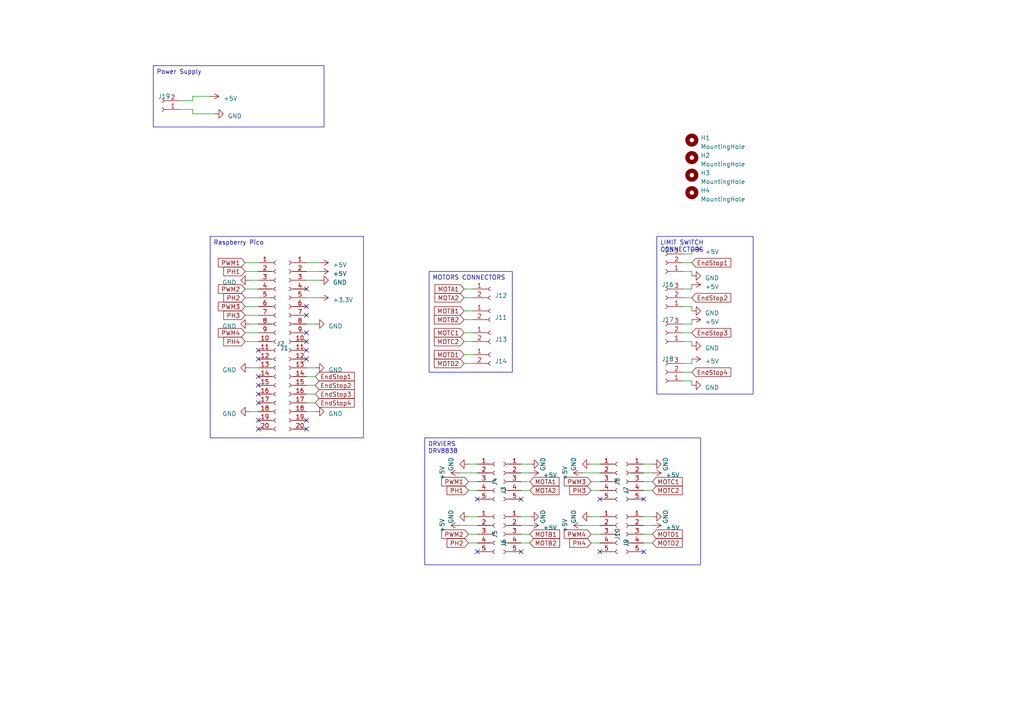
<source format=kicad_sch>
(kicad_sch (version 20230121) (generator eeschema)
  (paper "A4")
  (title_block (title "Motors Shield") (date "2023-11-06") (rev "0") (company "elif"))
  (lib_symbols
    (symbol "Connector:Conn_01x02_Socket" (pin_names (offset 1.016) hide)
      (property "Reference" "J" (at 0 2.54 0))
      (property "Value" "Conn_01x02_Socket" (at 0 -5.08 0))
      (symbol "Conn_01x02_Socket_1_1"
        (arc (start 0 -2.032) (mid -0.5058 -2.54) (end 0 -3.048) (stroke (width 0.1524)))
        (polyline (pts (xy -1.27 -2.54) (xy -0.508 -2.54)) (stroke (width 0.1524)))
        (polyline (pts (xy -1.27 0) (xy -0.508 0)) (stroke (width 0.1524)))
        (arc (start 0 0.508) (mid -0.5058 0) (end 0 -0.508) (stroke (width 0.1524)))
        (pin passive line (at -5.08 0 0) (length 3.81) (name "Pin_1") (number "1"))
        (pin passive line (at -5.08 -2.54 0) (length 3.81) (name "Pin_2") (number "2"))
      )
    )
    (symbol "Connector:Conn_01x03_Socket" (pin_names (offset 1.016) hide)
      (property "Reference" "J" (at 0 5.08 0))
      (property "Value" "Conn_01x03_Socket" (at 0 -5.08 0))
      (symbol "Conn_01x03_Socket_1_1"
        (arc (start 0 -2.032) (mid -0.5058 -2.54) (end 0 -3.048) (stroke (width 0.1524)))
        (polyline (pts (xy -1.27 -2.54) (xy -0.508 -2.54)) (stroke (width 0.1524)))
        (polyline (pts (xy -1.27 0) (xy -0.508 0)) (stroke (width 0.1524)))
        (polyline (pts (xy -1.27 2.54) (xy -0.508 2.54)) (stroke (width 0.1524)))
        (arc (start 0 0.508) (mid -0.5058 0) (end 0 -0.508) (stroke (width 0.1524)))
        (arc (start 0 3.048) (mid -0.5058 2.54) (end 0 2.032) (stroke (width 0.1524)))
        (pin passive line (at -5.08 2.54 0) (length 3.81) (name "Pin_1") (number "1"))
        (pin passive line (at -5.08 0 0) (length 3.81) (name "Pin_2") (number "2"))
        (pin passive line (at -5.08 -2.54 0) (length 3.81) (name "Pin_3") (number "3"))
      )
    )
    (symbol "Connector:Conn_01x05_Socket" (pin_names (offset 1.016) hide)
      (property "Reference" "J" (at 0 7.62 0))
      (property "Value" "Conn_01x05_Socket" (at 0 -7.62 0))
      (symbol "Conn_01x05_Socket_1_1"
        (arc (start 0 -4.572) (mid -0.5058 -5.08) (end 0 -5.588) (stroke (width 0.1524)))
        (arc (start 0 -2.032) (mid -0.5058 -2.54) (end 0 -3.048) (stroke (width 0.1524)))
        (polyline (pts (xy -1.27 -5.08) (xy -0.508 -5.08)) (stroke (width 0.1524)))
        (polyline (pts (xy -1.27 -2.54) (xy -0.508 -2.54)) (stroke (width 0.1524)))
        (polyline (pts (xy -1.27 0) (xy -0.508 0)) (stroke (width 0.1524)))
        (polyline (pts (xy -1.27 2.54) (xy -0.508 2.54)) (stroke (width 0.1524)))
        (polyline (pts (xy -1.27 5.08) (xy -0.508 5.08)) (stroke (width 0.1524)))
        (arc (start 0 0.508) (mid -0.5058 0) (end 0 -0.508) (stroke (width 0.1524)))
        (arc (start 0 3.048) (mid -0.5058 2.54) (end 0 2.032) (stroke (width 0.1524)))
        (arc (start 0 5.588) (mid -0.5058 5.08) (end 0 4.572) (stroke (width 0.1524)))
        (pin passive line (at -5.08 5.08 0) (length 3.81) (name "Pin_1") (number "1"))
        (pin passive line (at -5.08 2.54 0) (length 3.81) (name "Pin_2") (number "2"))
        (pin passive line (at -5.08 0 0) (length 3.81) (name "Pin_3") (number "3"))
        (pin passive line (at -5.08 -2.54 0) (length 3.81) (name "Pin_4") (number "4"))
        (pin passive line (at -5.08 -5.08 0) (length 3.81) (name "Pin_5") (number "5"))
      )
    )
    (symbol "Connector:Conn_01x20_Socket" (pin_names (offset 1.016) hide)
      (property "Reference" "J" (at 0 25.4 0))
      (property "Value" "Conn_01x20_Socket" (at 0 -27.94 0))
      (symbol "Conn_01x20_Socket_1_1"
        (arc (start 0 -24.892) (mid -0.5058 -25.4) (end 0 -25.908) (stroke (width 0.1524)))
        (arc (start 0 -22.352) (mid -0.5058 -22.86) (end 0 -23.368) (stroke (width 0.1524)))
        (arc (start 0 -19.812) (mid -0.5058 -20.32) (end 0 -20.828) (stroke (width 0.1524)))
        (arc (start 0 -17.272) (mid -0.5058 -17.78) (end 0 -18.288) (stroke (width 0.1524)))
        (arc (start 0 -14.732) (mid -0.5058 -15.24) (end 0 -15.748) (stroke (width 0.1524)))
        (arc (start 0 -12.192) (mid -0.5058 -12.7) (end 0 -13.208) (stroke (width 0.1524)))
        (arc (start 0 -9.652) (mid -0.5058 -10.16) (end 0 -10.668) (stroke (width 0.1524)))
        (arc (start 0 -7.112) (mid -0.5058 -7.62) (end 0 -8.128) (stroke (width 0.1524)))
        (arc (start 0 -4.572) (mid -0.5058 -5.08) (end 0 -5.588) (stroke (width 0.1524)))
        (arc (start 0 -2.032) (mid -0.5058 -2.54) (end 0 -3.048) (stroke (width 0.1524)))
        (polyline (pts (xy -1.27 -25.4) (xy -0.508 -25.4)) (stroke (width 0.1524)))
        (polyline (pts (xy -1.27 -22.86) (xy -0.508 -22.86)) (stroke (width 0.1524)))
        (polyline (pts (xy -1.27 -20.32) (xy -0.508 -20.32)) (stroke (width 0.1524)))
        (polyline (pts (xy -1.27 -17.78) (xy -0.508 -17.78)) (stroke (width 0.1524)))
        (polyline (pts (xy -1.27 -15.24) (xy -0.508 -15.24)) (stroke (width 0.1524)))
        (polyline (pts (xy -1.27 -12.7) (xy -0.508 -12.7)) (stroke (width 0.1524)))
        (polyline (pts (xy -1.27 -10.16) (xy -0.508 -10.16)) (stroke (width 0.1524)))
        (polyline (pts (xy -1.27 -7.62) (xy -0.508 -7.62)) (stroke (width 0.1524)))
        (polyline (pts (xy -1.27 -5.08) (xy -0.508 -5.08)) (stroke (width 0.1524)))
        (polyline (pts (xy -1.27 -2.54) (xy -0.508 -2.54)) (stroke (width 0.1524)))
        (polyline (pts (xy -1.27 0) (xy -0.508 0)) (stroke (width 0.1524)))
        (polyline (pts (xy -1.27 2.54) (xy -0.508 2.54)) (stroke (width 0.1524)))
        (polyline (pts (xy -1.27 5.08) (xy -0.508 5.08)) (stroke (width 0.1524)))
        (polyline (pts (xy -1.27 7.62) (xy -0.508 7.62)) (stroke (width 0.1524)))
        (polyline (pts (xy -1.27 10.16) (xy -0.508 10.16)) (stroke (width 0.1524)))
        (polyline (pts (xy -1.27 12.7) (xy -0.508 12.7)) (stroke (width 0.1524)))
        (polyline (pts (xy -1.27 15.24) (xy -0.508 15.24)) (stroke (width 0.1524)))
        (polyline (pts (xy -1.27 17.78) (xy -0.508 17.78)) (stroke (width 0.1524)))
        (polyline (pts (xy -1.27 20.32) (xy -0.508 20.32)) (stroke (width 0.1524)))
        (polyline (pts (xy -1.27 22.86) (xy -0.508 22.86)) (stroke (width 0.1524)))
        (arc (start 0 0.508) (mid -0.5058 0) (end 0 -0.508) (stroke (width 0.1524)))
        (arc (start 0 3.048) (mid -0.5058 2.54) (end 0 2.032) (stroke (width 0.1524)))
        (arc (start 0 5.588) (mid -0.5058 5.08) (end 0 4.572) (stroke (width 0.1524)))
        (arc (start 0 8.128) (mid -0.5058 7.62) (end 0 7.112) (stroke (width 0.1524)))
        (arc (start 0 10.668) (mid -0.5058 10.16) (end 0 9.652) (stroke (width 0.1524)))
        (arc (start 0 13.208) (mid -0.5058 12.7) (end 0 12.192) (stroke (width 0.1524)))
        (arc (start 0 15.748) (mid -0.5058 15.24) (end 0 14.732) (stroke (width 0.1524)))
        (arc (start 0 18.288) (mid -0.5058 17.78) (end 0 17.272) (stroke (width 0.1524)))
        (arc (start 0 20.828) (mid -0.5058 20.32) (end 0 19.812) (stroke (width 0.1524)))
        (arc (start 0 23.368) (mid -0.5058 22.86) (end 0 22.352) (stroke (width 0.1524)))
        (pin passive line (at -5.08 22.86 0) (length 3.81) (name "Pin_1") (number "1"))
        (pin passive line (at -5.08 0 0) (length 3.81) (name "Pin_10") (number "10"))
        (pin passive line (at -5.08 -2.54 0) (length 3.81) (name "Pin_11") (number "11"))
        (pin passive line (at -5.08 -5.08 0) (length 3.81) (name "Pin_12") (number "12"))
        (pin passive line (at -5.08 -7.62 0) (length 3.81) (name "Pin_13") (number "13"))
        (pin passive line (at -5.08 -10.16 0) (length 3.81) (name "Pin_14") (number "14"))
        (pin passive line (at -5.08 -12.7 0) (length 3.81) (name "Pin_15") (number "15"))
        (pin passive line (at -5.08 -15.24 0) (length 3.81) (name "Pin_16") (number "16"))
        (pin passive line (at -5.08 -17.78 0) (length 3.81) (name "Pin_17") (number "17"))
        (pin passive line (at -5.08 -20.32 0) (length 3.81) (name "Pin_18") (number "18"))
        (pin passive line (at -5.08 -22.86 0) (length 3.81) (name "Pin_19") (number "19"))
        (pin passive line (at -5.08 20.32 0) (length 3.81) (name "Pin_2") (number "2"))
        (pin passive line (at -5.08 -25.4 0) (length 3.81) (name "Pin_20") (number "20"))
        (pin passive line (at -5.08 17.78 0) (length 3.81) (name "Pin_3") (number "3"))
        (pin passive line (at -5.08 15.24 0) (length 3.81) (name "Pin_4") (number "4"))
        (pin passive line (at -5.08 12.7 0) (length 3.81) (name "Pin_5") (number "5"))
        (pin passive line (at -5.08 10.16 0) (length 3.81) (name "Pin_6") (number "6"))
        (pin passive line (at -5.08 7.62 0) (length 3.81) (name "Pin_7") (number "7"))
        (pin passive line (at -5.08 5.08 0) (length 3.81) (name "Pin_8") (number "8"))
        (pin passive line (at -5.08 2.54 0) (length 3.81) (name "Pin_9") (number "9"))
      )
    )
    (symbol "Mechanical:MountingHole" (pin_names (offset 1.016))
      (property "Reference" "H" (at 0 5.08 0))
      (property "Value" "MountingHole" (at 0 3.175 0))
      (symbol "MountingHole_0_1"
        (circle (center 0 0) (radius 1.27) (stroke (width 1.27)))
      )
    )
    (symbol "power:+3.3V" (power) (pin_names (offset 0))
      (property "Value" "+3.3V" (at 0 3.556 0))
      (symbol "+3.3V_0_1"
        (polyline (pts (xy -0.762 1.27) (xy 0 2.54)))
        (polyline (pts (xy 0 0) (xy 0 2.54)))
        (polyline (pts (xy 0 2.54) (xy 0.762 1.27)))
      )
      (symbol "+3.3V_1_1"
        (pin power_in line (at 0 0 90) (length 0) hide (name "+3.3V") (number "1"))
      )
    )
    (symbol "power:+5V" (power) (pin_names (offset 0))
      (property "Value" "+5V" (at 0 3.556 0))
      (symbol "+5V_0_1"
        (polyline (pts (xy -0.762 1.27) (xy 0 2.54)))
        (polyline (pts (xy 0 0) (xy 0 2.54)))
        (polyline (pts (xy 0 2.54) (xy 0.762 1.27)))
      )
      (symbol "+5V_1_1"
        (pin power_in line (at 0 0 90) (length 0) hide (name "+5V") (number "1"))
      )
    )
    (symbol "power:GND" (power) (pin_names (offset 0))
      (property "Value" "GND" (at 0 -3.81 0))
      (symbol "GND_0_1"
        (polyline (pts (xy 0 0) (xy 0 -1.27) (xy 1.27 -1.27) (xy 0 -2.54) (xy -1.27 -1.27) (xy 0 -1.27)))
      )
      (symbol "GND_1_1"
        (pin power_in line (at 0 0 270) (length 0) hide (name "GND") (number "1"))
      )
    )
  )
  (no_connect (at 74.93 111.76))
  (no_connect (at 186.69 160.02))
  (no_connect (at 88.9 101.6))
  (no_connect (at 74.93 121.92))
  (no_connect (at 151.13 144.78))
  (no_connect (at 74.93 101.6))
  (no_connect (at 88.9 91.44))
  (no_connect (at 74.93 104.14))
  (no_connect (at 88.9 83.82))
  (no_connect (at 88.9 96.52))
  (no_connect (at 88.9 104.14))
  (no_connect (at 138.43 160.02))
  (no_connect (at 173.99 144.78))
  (no_connect (at 74.93 109.22))
  (no_connect (at 74.93 124.46))
  (no_connect (at 88.9 121.92))
  (no_connect (at 138.43 144.78))
  (no_connect (at 88.9 124.46))
  (no_connect (at 186.69 144.78))
  (no_connect (at 74.93 114.3))
  (no_connect (at 88.9 88.9))
  (no_connect (at 151.13 160.02))
  (no_connect (at 74.93 116.84))
  (no_connect (at 173.99 160.02))
  (no_connect (at 88.9 99.06))
  (wire (pts (xy 71.12 96.52) (xy 74.93 96.52)))
  (wire (pts (xy 200.66 99.06) (xy 200.66 100.33)))
  (wire (pts (xy 134.62 92.71) (xy 137.16 92.71)))
  (wire (pts (xy 153.67 152.4) (xy 151.13 152.4)))
  (wire (pts (xy 88.9 111.76) (xy 91.44 111.76)))
  (wire (pts (xy 138.43 154.94) (xy 135.89 154.94)))
  (wire (pts (xy 71.12 99.06) (xy 74.93 99.06)))
  (wire (pts (xy 189.23 139.7) (xy 186.69 139.7)))
  (wire (pts (xy 189.23 134.62) (xy 186.69 134.62)))
  (wire (pts (xy 138.43 157.48) (xy 135.89 157.48)))
  (wire (pts (xy 200.66 88.9) (xy 200.66 90.17)))
  (wire (pts (xy 198.12 96.52) (xy 200.66 96.52)))
  (wire (pts (xy 200.66 73.66) (xy 200.66 72.39)))
  (wire (pts (xy 71.12 91.44) (xy 74.93 91.44)))
  (wire (pts (xy 88.9 78.74) (xy 92.71 78.74)))
  (wire (pts (xy 153.67 134.62) (xy 151.13 134.62)))
  (wire (pts (xy 200.66 105.41) (xy 200.66 104.14)))
  (wire (pts (xy 138.43 142.24) (xy 135.89 142.24)))
  (wire (pts (xy 55.88 29.21) (xy 55.88 27.94)))
  (wire (pts (xy 200.66 83.82) (xy 200.66 82.55)))
  (wire (pts (xy 72.39 93.98) (xy 74.93 93.98)))
  (wire (pts (xy 153.67 142.24) (xy 151.13 142.24)))
  (wire (pts (xy 71.12 88.9) (xy 74.93 88.9)))
  (wire (pts (xy 189.23 157.48) (xy 186.69 157.48)))
  (wire (pts (xy 153.67 139.7) (xy 151.13 139.7)))
  (wire (pts (xy 55.88 31.75) (xy 55.88 33.02)))
  (wire (pts (xy 138.43 137.16) (xy 133.35 137.16)))
  (wire (pts (xy 198.12 99.06) (xy 200.66 99.06)))
  (wire (pts (xy 88.9 81.28) (xy 92.71 81.28)))
  (wire (pts (xy 88.9 86.36) (xy 92.71 86.36)))
  (wire (pts (xy 138.43 139.7) (xy 135.89 139.7)))
  (wire (pts (xy 198.12 73.66) (xy 200.66 73.66)))
  (wire (pts (xy 198.12 78.74) (xy 200.66 78.74)))
  (wire (pts (xy 173.99 142.24) (xy 171.45 142.24)))
  (wire (pts (xy 198.12 107.95) (xy 200.66 107.95)))
  (wire (pts (xy 153.67 149.86) (xy 151.13 149.86)))
  (wire (pts (xy 71.12 86.36) (xy 74.93 86.36)))
  (wire (pts (xy 153.67 157.48) (xy 151.13 157.48)))
  (wire (pts (xy 72.39 81.28) (xy 74.93 81.28)))
  (wire (pts (xy 173.99 137.16) (xy 168.91 137.16)))
  (wire (pts (xy 71.12 76.2) (xy 74.93 76.2)))
  (wire (pts (xy 200.66 78.74) (xy 200.66 80.01)))
  (wire (pts (xy 173.99 149.86) (xy 171.45 149.86)))
  (wire (pts (xy 173.99 157.48) (xy 171.45 157.48)))
  (wire (pts (xy 88.9 116.84) (xy 91.44 116.84)))
  (wire (pts (xy 200.66 110.49) (xy 200.66 111.76)))
  (wire (pts (xy 134.62 96.52) (xy 137.16 96.52)))
  (wire (pts (xy 198.12 86.36) (xy 200.66 86.36)))
  (wire (pts (xy 173.99 152.4) (xy 168.91 152.4)))
  (wire (pts (xy 198.12 105.41) (xy 200.66 105.41)))
  (wire (pts (xy 134.62 86.36) (xy 137.16 86.36)))
  (wire (pts (xy 55.88 27.94) (xy 60.96 27.94)))
  (wire (pts (xy 153.67 137.16) (xy 151.13 137.16)))
  (wire (pts (xy 189.23 142.24) (xy 186.69 142.24)))
  (wire (pts (xy 88.9 76.2) (xy 92.71 76.2)))
  (wire (pts (xy 189.23 152.4) (xy 186.69 152.4)))
  (wire (pts (xy 134.62 83.82) (xy 137.16 83.82)))
  (wire (pts (xy 88.9 109.22) (xy 91.44 109.22)))
  (wire (pts (xy 173.99 154.94) (xy 171.45 154.94)))
  (wire (pts (xy 198.12 83.82) (xy 200.66 83.82)))
  (wire (pts (xy 173.99 139.7) (xy 171.45 139.7)))
  (wire (pts (xy 52.07 31.75) (xy 55.88 31.75)))
  (wire (pts (xy 88.9 93.98) (xy 91.44 93.98)))
  (wire (pts (xy 55.88 33.02) (xy 62.23 33.02)))
  (wire (pts (xy 189.23 149.86) (xy 186.69 149.86)))
  (wire (pts (xy 134.62 99.06) (xy 137.16 99.06)))
  (wire (pts (xy 138.43 152.4) (xy 133.35 152.4)))
  (wire (pts (xy 134.62 105.41) (xy 137.16 105.41)))
  (wire (pts (xy 198.12 110.49) (xy 200.66 110.49)))
  (wire (pts (xy 138.43 134.62) (xy 135.89 134.62)))
  (wire (pts (xy 153.67 154.94) (xy 151.13 154.94)))
  (wire (pts (xy 198.12 88.9) (xy 200.66 88.9)))
  (wire (pts (xy 88.9 114.3) (xy 91.44 114.3)))
  (wire (pts (xy 88.9 106.68) (xy 91.44 106.68)))
  (wire (pts (xy 88.9 119.38) (xy 91.44 119.38)))
  (wire (pts (xy 138.43 149.86) (xy 135.89 149.86)))
  (wire (pts (xy 173.99 134.62) (xy 171.45 134.62)))
  (wire (pts (xy 200.66 93.98) (xy 200.66 92.71)))
  (wire (pts (xy 52.07 29.21) (xy 55.88 29.21)))
  (wire (pts (xy 198.12 93.98) (xy 200.66 93.98)))
  (wire (pts (xy 189.23 137.16) (xy 186.69 137.16)))
  (wire (pts (xy 198.12 76.2) (xy 200.66 76.2)))
  (wire (pts (xy 189.23 154.94) (xy 186.69 154.94)))
  (wire (pts (xy 134.62 102.87) (xy 137.16 102.87)))
  (wire (pts (xy 134.62 90.17) (xy 137.16 90.17)))
  (wire (pts (xy 71.12 78.74) (xy 74.93 78.74)))
  (wire (pts (xy 72.39 119.38) (xy 74.93 119.38)))
  (wire (pts (xy 71.12 83.82) (xy 74.93 83.82)))
  (wire (pts (xy 72.39 106.68) (xy 74.93 106.68)))
  (text_box "Raspberry Pico" (at 60.96 68.58 0) (size 44.45 58.42) (effects (font (size 1.27 1.27)) (justify left top)))
  (text_box "MOTORS CONNECTORS" (at 124.46 78.74 0) (size 24.13 29.21) (effects (font (size 1.27 1.27)) (justify left top)))
  (text_box "Power Supply" (at 44.45 19.05 0) (size 49.53 17.78) (effects (font (size 1.27 1.27)) (justify left top)))
  (text_box "LIMIT SWITCH CONNECTORS" (at 190.5 68.58 0) (size 27.94 45.72) (effects (font (size 1.27 1.27)) (justify left top)))
  (text_box "DRVIERS\nDRV8838\n" (at 123.19 127 0) (size 80.01 36.83) (effects (font (size 1.27 1.27)) (justify left top)))
  (global_label "PWM4" (shape input) (at 71.12 96.52 180) (property "Intersheetrefs" "${INTERSHEET_REFS}" (effects hide)))
  (global_label "MOTC2" (shape input) (at 189.23 142.24 0) (property "Intersheetrefs" "${INTERSHEET_REFS}" (effects hide)))
  (global_label "PH1" (shape input) (at 71.12 78.74 180) (property "Intersheetrefs" "${INTERSHEET_REFS}" (effects hide)))
  (global_label "MOTC1" (shape input) (at 134.62 96.52 180) (property "Intersheetrefs" "${INTERSHEET_REFS}" (effects hide)))
  (global_label "MOTD2" (shape input) (at 134.62 105.41 180) (property "Intersheetrefs" "${INTERSHEET_REFS}" (effects hide)))
  (global_label "PH4" (shape input) (at 71.12 99.06 180) (property "Intersheetrefs" "${INTERSHEET_REFS}" (effects hide)))
  (global_label "EndStop2" (shape input) (at 91.44 111.76 0) (property "Intersheetrefs" "${INTERSHEET_REFS}" (effects hide)))
  (global_label "EndStop1" (shape input) (at 91.44 109.22 0) (property "Intersheetrefs" "${INTERSHEET_REFS}" (effects hide)))
  (global_label "PH1" (shape input) (at 135.89 142.24 180) (property "Intersheetrefs" "${INTERSHEET_REFS}" (effects hide)))
  (global_label "MOTD2" (shape input) (at 189.23 157.48 0) (property "Intersheetrefs" "${INTERSHEET_REFS}" (effects hide)))
  (global_label "EndStop2" (shape input) (at 200.66 86.36 0) (property "Intersheetrefs" "${INTERSHEET_REFS}" (effects hide)))
  (global_label "PH4" (shape input) (at 171.45 157.48 180) (property "Intersheetrefs" "${INTERSHEET_REFS}" (effects hide)))
  (global_label "PWM1" (shape input) (at 135.89 139.7 180) (property "Intersheetrefs" "${INTERSHEET_REFS}" (effects hide)))
  (global_label "EndStop3" (shape input) (at 200.66 96.52 0) (property "Intersheetrefs" "${INTERSHEET_REFS}" (effects hide)))
  (global_label "PWM2" (shape input) (at 135.89 154.94 180) (property "Intersheetrefs" "${INTERSHEET_REFS}" (effects hide)))
  (global_label "PH3" (shape input) (at 71.12 91.44 180) (property "Intersheetrefs" "${INTERSHEET_REFS}" (effects hide)))
  (global_label "EndStop4" (shape input) (at 200.66 107.95 0) (property "Intersheetrefs" "${INTERSHEET_REFS}" (effects hide)))
  (global_label "MOTA1" (shape input) (at 134.62 83.82 180) (property "Intersheetrefs" "${INTERSHEET_REFS}" (effects hide)))
  (global_label "PH3" (shape input) (at 171.45 142.24 180) (property "Intersheetrefs" "${INTERSHEET_REFS}" (effects hide)))
  (global_label "MOTB1" (shape input) (at 134.62 90.17 180) (property "Intersheetrefs" "${INTERSHEET_REFS}" (effects hide)))
  (global_label "MOTA2" (shape input) (at 153.67 142.24 0) (property "Intersheetrefs" "${INTERSHEET_REFS}" (effects hide)))
  (global_label "EndStop1" (shape input) (at 200.66 76.2 0) (property "Intersheetrefs" "${INTERSHEET_REFS}" (effects hide)))
  (global_label "PWM3" (shape input) (at 171.45 139.7 180) (property "Intersheetrefs" "${INTERSHEET_REFS}" (effects hide)))
  (global_label "MOTD1" (shape input) (at 189.23 154.94 0) (property "Intersheetrefs" "${INTERSHEET_REFS}" (effects hide)))
  (global_label "MOTD1" (shape input) (at 134.62 102.87 180) (property "Intersheetrefs" "${INTERSHEET_REFS}" (effects hide)))
  (global_label "PH2" (shape input) (at 135.89 157.48 180) (property "Intersheetrefs" "${INTERSHEET_REFS}" (effects hide)))
  (global_label "PWM3" (shape input) (at 71.12 88.9 180) (property "Intersheetrefs" "${INTERSHEET_REFS}" (effects hide)))
  (global_label "EndStop4" (shape input) (at 91.44 116.84 0) (property "Intersheetrefs" "${INTERSHEET_REFS}" (effects hide)))
  (global_label "PH2" (shape input) (at 71.12 86.36 180) (property "Intersheetrefs" "${INTERSHEET_REFS}" (effects hide)))
  (global_label "PWM4" (shape input) (at 171.45 154.94 180) (property "Intersheetrefs" "${INTERSHEET_REFS}" (effects hide)))
  (global_label "EndStop3" (shape input) (at 91.44 114.3 0) (property "Intersheetrefs" "${INTERSHEET_REFS}" (effects hide)))
  (global_label "MOTC1" (shape input) (at 189.23 139.7 0) (property "Intersheetrefs" "${INTERSHEET_REFS}" (effects hide)))
  (global_label "PWM1" (shape input) (at 71.12 76.2 180) (property "Intersheetrefs" "${INTERSHEET_REFS}" (effects hide)))
  (global_label "PWM2" (shape input) (at 71.12 83.82 180) (property "Intersheetrefs" "${INTERSHEET_REFS}" (effects hide)))
  (global_label "MOTB2" (shape input) (at 134.62 92.71 180) (property "Intersheetrefs" "${INTERSHEET_REFS}" (effects hide)))
  (global_label "MOTC2" (shape input) (at 134.62 99.06 180) (property "Intersheetrefs" "${INTERSHEET_REFS}" (effects hide)))
  (global_label "MOTA1" (shape input) (at 153.67 139.7 0) (property "Intersheetrefs" "${INTERSHEET_REFS}" (effects hide)))
  (global_label "MOTA2" (shape input) (at 134.62 86.36 180) (property "Intersheetrefs" "${INTERSHEET_REFS}" (effects hide)))
  (global_label "MOTB2" (shape input) (at 153.67 157.48 0) (property "Intersheetrefs" "${INTERSHEET_REFS}" (effects hide)))
  (global_label "MOTB1" (shape input) (at 153.67 154.94 0) (property "Intersheetrefs" "${INTERSHEET_REFS}" (effects hide)))
  (symbol (lib_id "power:+5V") (at 189.23 152.4 270) (unit 1)
    (property "Reference" "#PWR09" (effects hide))
    (property "Value" "+5V" (at 193.04 153.035 90) (effects (justify left)))
    (instances (project "mhk" (path "" (reference "#PWR09") (unit 1)) (path "" (reference "#PWR087") (unit 1))))
  )
  (symbol (lib_id "Connector:Conn_01x05_Socket") (at 146.05 139.7 0) (mirror y) (unit 1)
    (property "Reference" "J4" (at 143.51 139.7 90))
    (property "Value" "Conn_01x05_Socket" (effects hide))
    (property "Footprint" "Connector_PinHeader_2.54mm:PinHeader_1x05_P2.54mm_Vertical" (effects hide))
    (instances (project "mhk" (path "" (reference "J4") (unit 1)) (path "" (reference "J29") (unit 1))))
  )
  (symbol (lib_id "power:GND") (at 189.23 149.86 90) (unit 1)
    (property "Reference" "#PWR014" (effects hide))
    (property "Value" "GND" (at 193.04 149.86 0))
    (instances (project "mhk" (path "" (reference "#PWR014") (unit 1)) (path "" (reference "#PWR062") (unit 1))))
  )
  (symbol (lib_id "power:+5V") (at 92.71 78.74 270) (unit 1)
    (property "Reference" "#PWR031" (effects hide))
    (property "Value" "+5V" (at 96.52 79.375 90) (effects (justify left)))
    (instances (project "mhk" (path "" (reference "#PWR031") (unit 1)) (path "" (reference "#PWR083") (unit 1))))
  )
  (symbol (lib_id "Connector:Conn_01x05_Socket") (at 143.51 154.94 0) (unit 1)
    (property "Reference" "J6" (at 146.05 157.48 90))
    (property "Value" "Conn_01x05_Socket" (effects hide))
    (property "Footprint" "Connector_PinHeader_2.54mm:PinHeader_1x05_P2.54mm_Vertical" (effects hide))
    (instances (project "mhk" (path "" (reference "J6") (unit 1)) (path "" (reference "J28") (unit 1))))
  )
  (symbol (lib_id "Connector:Conn_01x03_Socket") (at 193.04 107.95 180) (unit 1)
    (property "Reference" "J18" (at 193.675 104.14 0))
    (property "Value" "Conn_01x03_Socket" (effects hide))
    (property "Footprint" "Connector_JST:JST_XH_S3B-XH-A_1x03_P2.50mm_Horizontal" (effects hide))
    (instances (project "mhk" (path "" (reference "J18") (unit 1)) (path "" (reference "J34") (unit 1))))
  )
  (symbol (lib_id "power:+5V") (at 133.35 152.4 90) (unit 1)
    (property "Reference" "#PWR08" (effects hide))
    (property "Value" "+5V" (at 128.27 152.4 0))
    (instances (project "mhk" (path "" (reference "#PWR08") (unit 1)) (path "" (reference "#PWR037") (unit 1))))
  )
  (symbol (lib_id "power:+5V") (at 168.91 137.16 90) (unit 1)
    (property "Reference" "#PWR09" (effects hide))
    (property "Value" "+5V" (at 163.83 137.16 0))
    (instances (project "mhk" (path "" (reference "#PWR09") (unit 1)) (path "" (reference "#PWR049") (unit 1))))
  )
  (symbol (lib_id "power:GND") (at 153.67 134.62 90) (unit 1)
    (property "Reference" "#PWR03" (effects hide))
    (property "Value" "GND" (at 157.48 134.62 0))
    (instances (project "mhk" (path "" (reference "#PWR03") (unit 1)) (path "" (reference "#PWR045") (unit 1))))
  )
  (symbol (lib_id "power:GND") (at 72.39 93.98 270) (unit 1)
    (property "Reference" "#PWR024" (effects hide))
    (property "Value" "GND" (at 68.58 94.615 90) (effects (justify right)))
    (instances (project "mhk" (path "" (reference "#PWR024") (unit 1)) (path "" (reference "#PWR033") (unit 1))))
  )
  (symbol (lib_id "Connector:Conn_01x05_Socket") (at 179.07 139.7 0) (unit 1)
    (property "Reference" "J7" (at 181.61 142.24 90))
    (property "Value" "Conn_01x05_Socket" (effects hide))
    (property "Footprint" "Connector_PinHeader_2.54mm:PinHeader_1x05_P2.54mm_Vertical" (effects hide))
    (instances (project "mhk" (path "" (reference "J7") (unit 1)) (path "" (reference "J35") (unit 1))))
  )
  (symbol (lib_id "power:GND") (at 91.44 93.98 90) (unit 1)
    (property "Reference" "#PWR027" (effects hide))
    (property "Value" "GND" (at 95.25 94.615 90) (effects (justify right)))
    (instances (project "mhk" (path "" (reference "#PWR027") (unit 1)) (path "" (reference "#PWR040") (unit 1))))
  )
  (symbol (lib_id "power:GND") (at 72.39 106.68 270) (unit 1)
    (property "Reference" "#PWR025" (effects hide))
    (property "Value" "GND" (at 68.58 107.315 90) (effects (justify right)))
    (instances (project "mhk" (path "" (reference "#PWR025") (unit 1)) (path "" (reference "#PWR034") (unit 1))))
  )
  (symbol (lib_id "Connector:Conn_01x03_Socket") (at 193.04 96.52 180) (unit 1)
    (property "Reference" "J17" (at 193.675 92.71 0))
    (property "Value" "Conn_01x03_Socket" (effects hide))
    (property "Footprint" "Connector_JST:JST_XH_S3B-XH-A_1x03_P2.50mm_Horizontal" (effects hide))
    (instances (project "mhk" (path "" (reference "J17") (unit 1)) (path "" (reference "J33") (unit 1))))
  )
  (symbol (lib_id "power:+5V") (at 168.91 152.4 90) (unit 1)
    (property "Reference" "#PWR012" (effects hide))
    (property "Value" "+5V" (at 163.83 152.4 0))
    (instances (project "mhk" (path "" (reference "#PWR012") (unit 1)) (path "" (reference "#PWR050") (unit 1))))
  )
  (symbol (lib_id "power:GND") (at 92.71 81.28 90) (unit 1)
    (property "Reference" "#PWR05" (effects hide))
    (property "Value" "GND" (at 96.52 81.915 90) (effects (justify right)))
    (instances (project "mhk" (path "" (reference "#PWR05") (unit 1)) (path "" (reference "#PWR044") (unit 1))))
  )
  (symbol (lib_id "Connector:Conn_01x02_Socket") (at 142.24 83.82 0) (unit 1)
    (property "Reference" "J12" (at 143.51 85.725 0) (effects (justify left)))
    (property "Value" "Conn_01x02_Socket" (effects hide))
    (property "Footprint" "Connector_Phoenix_MSTB:PhoenixContact_MSTBA_2,5_2-G-5,08_1x02_P5.08mm_Horizontal" (effects hide))
    (instances (project "mhk" (path "" (reference "J12") (unit 1)) (path "" (reference "J22") (unit 1))))
  )
  (symbol (lib_id "power:+5V") (at 153.67 152.4 270) (unit 1)
    (property "Reference" "#PWR09" (effects hide))
    (property "Value" "+5V" (at 157.48 153.035 90) (effects (justify left)))
    (instances (project "mhk" (path "" (reference "#PWR09") (unit 1)) (path "" (reference "#PWR086") (unit 1))))
  )
  (symbol (lib_id "Connector:Conn_01x05_Socket") (at 143.51 139.7 0) (unit 1)
    (property "Reference" "J3" (at 146.05 142.24 90))
    (property "Value" "Conn_01x05_Socket" (effects hide))
    (property "Footprint" "Connector_PinHeader_2.54mm:PinHeader_1x05_P2.54mm_Vertical" (effects hide))
    (instances (project "mhk" (path "" (reference "J3") (unit 1)) (path "" (reference "J27") (unit 1))))
  )
  (symbol (lib_id "Connector:Conn_01x05_Socket") (at 179.07 154.94 0) (unit 1)
    (property "Reference" "J9" (at 181.61 157.48 90))
    (property "Value" "Conn_01x05_Socket" (effects hide))
    (property "Footprint" "Connector_PinHeader_2.54mm:PinHeader_1x05_P2.54mm_Vertical" (effects hide))
    (instances (project "mhk" (path "" (reference "J9") (unit 1)) (path "" (reference "J36") (unit 1))))
  )
  (symbol (lib_id "power:GND") (at 171.45 134.62 270) (unit 1)
    (property "Reference" "#PWR010" (effects hide))
    (property "Value" "GND" (at 166.37 134.62 0))
    (instances (project "mhk" (path "" (reference "#PWR010") (unit 1)) (path "" (reference "#PWR059") (unit 1))))
  )
  (symbol (lib_id "Connector:Conn_01x02_Socket") (at 142.24 96.52 0) (unit 1)
    (property "Reference" "J13" (at 143.51 98.425 0) (effects (justify left)))
    (property "Value" "Conn_01x02_Socket" (effects hide))
    (property "Footprint" "Connector_Phoenix_MSTB:PhoenixContact_MSTBA_2,5_2-G-5,08_1x02_P5.08mm_Horizontal" (effects hide))
    (instances (project "mhk" (path "" (reference "J13") (unit 1)) (path "" (reference "J24") (unit 1))))
  )
  (symbol (lib_id "power:+5V") (at 60.96 27.94 270) (unit 1)
    (property "Reference" "#PWR030" (effects hide))
    (property "Value" "+5V" (at 64.77 28.575 90) (effects (justify left)))
    (instances (project "mhk" (path "" (reference "#PWR030") (unit 1)) (path "" (reference "#PWR047") (unit 1))))
  )
  (symbol (lib_id "Connector:Conn_01x02_Socket") (at 142.24 102.87 0) (unit 1)
    (property "Reference" "J14" (at 143.51 104.775 0) (effects (justify left)))
    (property "Value" "Conn_01x02_Socket" (effects hide))
    (property "Footprint" "Connector_Phoenix_MSTB:PhoenixContact_MSTBA_2,5_2-G-5,08_1x02_P5.08mm_Horizontal" (effects hide))
    (instances (project "mhk" (path "" (reference "J14") (unit 1)) (path "" (reference "J25") (unit 1))))
  )
  (symbol (lib_id "Mechanical:MountingHole") (at 200.66 40.64 0) (unit 1)
    (property "Reference" "H1" (at 203.2 40.005 0) (effects (justify left)))
    (property "Value" "MountingHole" (at 203.2 42.545 0) (effects (justify left)))
    (property "Footprint" "MountingHole:MountingHole_3.2mm_M3" (effects hide))
  )
  (symbol (lib_id "Connector:Conn_01x05_Socket") (at 181.61 154.94 0) (mirror y) (unit 1)
    (property "Reference" "J10" (at 179.07 154.94 90))
    (property "Value" "Conn_01x05_Socket" (effects hide))
    (property "Footprint" "Connector_PinHeader_2.54mm:PinHeader_1x05_P2.54mm_Vertical" (effects hide))
    (instances (project "mhk" (path "" (reference "J10") (unit 1)) (path "" (reference "J38") (unit 1))))
  )
  (symbol (lib_id "power:+5V") (at 200.66 104.14 270) (unit 1)
    (property "Reference" "#PWR021" (effects hide))
    (property "Value" "+5V" (at 204.47 104.775 90) (effects (justify left)))
    (instances (project "mhk" (path "" (reference "#PWR021") (unit 1)) (path "" (reference "#PWR057") (unit 1))))
  )
  (symbol (lib_id "power:+5V") (at 200.66 82.55 270) (unit 1)
    (property "Reference" "#PWR017" (effects hide))
    (property "Value" "+5V" (at 204.47 83.185 90) (effects (justify left)))
    (instances (project "mhk" (path "" (reference "#PWR017") (unit 1)) (path "" (reference "#PWR053") (unit 1))))
  )
  (symbol (lib_id "power:GND") (at 153.67 149.86 90) (unit 1)
    (property "Reference" "#PWR06" (effects hide))
    (property "Value" "GND" (at 157.48 149.86 0))
    (instances (project "mhk" (path "" (reference "#PWR06") (unit 1)) (path "" (reference "#PWR046") (unit 1))))
  )
  (symbol (lib_id "Mechanical:MountingHole") (at 200.66 55.88 0) (unit 1)
    (property "Reference" "H4" (at 203.2 55.245 0) (effects (justify left)))
    (property "Value" "MountingHole" (at 203.2 57.785 0) (effects (justify left)))
    (property "Footprint" "MountingHole:MountingHole_3.2mm_M3" (effects hide))
  )
  (symbol (lib_id "Connector:Conn_01x05_Socket") (at 146.05 154.94 0) (mirror y) (unit 1)
    (property "Reference" "J5" (at 143.51 154.94 90))
    (property "Value" "Conn_01x05_Socket" (effects hide))
    (property "Footprint" "Connector_PinHeader_2.54mm:PinHeader_1x05_P2.54mm_Vertical" (effects hide))
    (instances (project "mhk" (path "" (reference "J5") (unit 1)) (path "" (reference "J30") (unit 1))))
  )
  (symbol (lib_id "Connector:Conn_01x03_Socket") (at 193.04 76.2 180) (unit 1)
    (property "Reference" "J15" (at 193.675 72.39 0))
    (property "Value" "Conn_01x03_Socket" (effects hide))
    (property "Footprint" "Connector_JST:JST_XH_S3B-XH-A_1x03_P2.50mm_Horizontal" (effects hide))
    (instances (project "mhk" (path "" (reference "J15") (unit 1)) (path "" (reference "J31") (unit 1))))
  )
  (symbol (lib_id "power:GND") (at 189.23 134.62 90) (unit 1)
    (property "Reference" "#PWR011" (effects hide))
    (property "Value" "GND" (at 193.04 134.62 0))
    (instances (project "mhk" (path "" (reference "#PWR011") (unit 1)) (path "" (reference "#PWR061") (unit 1))))
  )
  (symbol (lib_id "Connector:Conn_01x02_Socket") (at 46.99 31.75 180) (unit 1)
    (property "Reference" "J19" (at 47.625 27.94 0))
    (property "Value" "Conn_01x02_Socket" (effects hide))
    (property "Footprint" "Connector_Phoenix_MSTB:PhoenixContact_MSTBA_2,5_2-G-5,08_1x02_P5.08mm_Horizontal" (effects hide))
    (instances (project "mhk" (path "" (reference "J19") (unit 1)) (path "" (reference "J20") (unit 1))))
  )
  (symbol (lib_id "Mechanical:MountingHole") (at 200.66 45.72 0) (unit 1)
    (property "Reference" "H2" (at 203.2 45.085 0) (effects (justify left)))
    (property "Value" "MountingHole" (at 203.2 47.625 0) (effects (justify left)))
    (property "Footprint" "MountingHole:MountingHole_3.2mm_M3" (effects hide))
  )
  (symbol (lib_id "power:GND") (at 91.44 106.68 90) (unit 1)
    (property "Reference" "#PWR028" (effects hide))
    (property "Value" "GND" (at 95.25 107.315 90) (effects (justify right)))
    (instances (project "mhk" (path "" (reference "#PWR028") (unit 1)) (path "" (reference "#PWR041") (unit 1))))
  )
  (symbol (lib_id "power:+5V") (at 200.66 92.71 270) (unit 1)
    (property "Reference" "#PWR019" (effects hide))
    (property "Value" "+5V" (at 204.47 93.345 90) (effects (justify left)))
    (instances (project "mhk" (path "" (reference "#PWR019") (unit 1)) (path "" (reference "#PWR055") (unit 1))))
  )
  (symbol (lib_id "power:GND") (at 135.89 149.86 270) (unit 1)
    (property "Reference" "#PWR07" (effects hide))
    (property "Value" "GND" (at 130.81 149.86 0))
    (instances (project "mhk" (path "" (reference "#PWR07") (unit 1)) (path "" (reference "#PWR039") (unit 1))))
  )
  (symbol (lib_id "Connector:Conn_01x03_Socket") (at 193.04 86.36 180) (unit 1)
    (property "Reference" "J16" (at 193.675 82.55 0))
    (property "Value" "Conn_01x03_Socket" (effects hide))
    (property "Footprint" "Connector_JST:JST_XH_S3B-XH-A_1x03_P2.50mm_Horizontal" (effects hide))
    (instances (project "mhk" (path "" (reference "J16") (unit 1)) (path "" (reference "J32") (unit 1))))
  )
  (symbol (lib_id "power:GND") (at 91.44 119.38 90) (unit 1)
    (property "Reference" "#PWR029" (effects hide))
    (property "Value" "GND" (at 95.25 120.015 90) (effects (justify right)))
    (instances (project "mhk" (path "" (reference "#PWR029") (unit 1)) (path "" (reference "#PWR042") (unit 1))))
  )
  (symbol (lib_id "power:GND") (at 72.39 119.38 270) (unit 1)
    (property "Reference" "#PWR026" (effects hide))
    (property "Value" "GND" (at 68.58 120.015 90) (effects (justify right)))
    (instances (project "mhk" (path "" (reference "#PWR026") (unit 1)) (path "" (reference "#PWR035") (unit 1))))
  )
  (symbol (lib_id "power:+5V") (at 153.67 137.16 270) (unit 1)
    (property "Reference" "#PWR09" (effects hide))
    (property "Value" "+5V" (at 157.48 137.795 90) (effects (justify left)))
    (instances (project "mhk" (path "" (reference "#PWR09") (unit 1)) (path "" (reference "#PWR085") (unit 1))))
  )
  (symbol (lib_id "Connector:Conn_01x20_Socket") (at 80.01 99.06 0) (unit 1)
    (property "Reference" "J1" (at 81.28 100.965 0) (effects (justify left)))
    (property "Value" "Conn_01x20_Socket" (effects hide))
    (property "Footprint" "Connector_PinHeader_2.54mm:PinHeader_1x20_P2.54mm_Vertical" (effects hide))
    (instances (project "mhk" (path "" (reference "J1") (unit 1)) (path "" (reference "J21") (unit 1))))
  )
  (symbol (lib_id "power:+5V") (at 200.66 72.39 270) (unit 1)
    (property "Reference" "#PWR015" (effects hide))
    (property "Value" "+5V" (at 204.47 73.025 90) (effects (justify left)))
    (instances (project "mhk" (path "" (reference "#PWR015") (unit 1)) (path "" (reference "#PWR051") (unit 1))))
  )
  (symbol (lib_id "Connector:Conn_01x05_Socket") (at 181.61 139.7 0) (mirror y) (unit 1)
    (property "Reference" "J8" (at 179.07 139.7 90))
    (property "Value" "Conn_01x05_Socket" (effects hide))
    (property "Footprint" "Connector_PinHeader_2.54mm:PinHeader_1x05_P2.54mm_Vertical" (effects hide))
    (instances (project "mhk" (path "" (reference "J8") (unit 1)) (path "" (reference "J37") (unit 1))))
  )
  (symbol (lib_id "power:+5V") (at 189.23 137.16 270) (unit 1)
    (property "Reference" "#PWR09" (effects hide))
    (property "Value" "+5V" (at 193.04 137.795 90) (effects (justify left)))
    (instances (project "mhk" (path "" (reference "#PWR09") (unit 1)) (path "" (reference "#PWR088") (unit 1))))
  )
  (symbol (lib_id "Mechanical:MountingHole") (at 200.66 50.8 0) (unit 1)
    (property "Reference" "H3" (at 203.2 50.165 0) (effects (justify left)))
    (property "Value" "MountingHole" (at 203.2 52.705 0) (effects (justify left)))
    (property "Footprint" "MountingHole:MountingHole_3.2mm_M3" (effects hide))
  )
  (symbol (lib_id "power:+3.3V") (at 92.71 86.36 270) (unit 1)
    (property "Reference" "#PWR082" (effects hide))
    (property "Value" "+3.3V" (at 96.52 86.995 90) (effects (justify left)))
    (instances (project "mhk" (path "" (reference "#PWR082") (unit 1)) (path "" (reference "#PWR084") (unit 1))))
  )
  (symbol (lib_id "Connector:Conn_01x02_Socket") (at 142.24 90.17 0) (unit 1)
    (property "Reference" "J11" (at 143.51 92.075 0) (effects (justify left)))
    (property "Value" "Conn_01x02_Socket" (effects hide))
    (property "Footprint" "Connector_Phoenix_MSTB:PhoenixContact_MSTBA_2,5_2-G-5,08_1x02_P5.08mm_Horizontal" (effects hide))
    (instances (project "mhk" (path "" (reference "J11") (unit 1)) (path "" (reference "J23") (unit 1))))
  )
  (symbol (lib_id "power:GND") (at 135.89 134.62 270) (unit 1)
    (property "Reference" "#PWR02" (effects hide))
    (property "Value" "GND" (at 130.81 134.62 0))
    (instances (project "mhk" (path "" (reference "#PWR02") (unit 1)) (path "" (reference "#PWR038") (unit 1))))
  )
  (symbol (lib_id "power:GND") (at 62.23 33.02 90) (unit 1)
    (property "Reference" "#PWR04" (effects hide))
    (property "Value" "GND" (at 66.04 33.655 90) (effects (justify right)))
    (instances (project "mhk" (path "" (reference "#PWR04") (unit 1)) (path "" (reference "#PWR048") (unit 1))))
  )
  (symbol (lib_id "Connector:Conn_01x20_Socket") (at 83.82 99.06 0) (mirror y) (unit 1)
    (property "Reference" "J2" (at 82.55 99.695 0) (effects (justify left)))
    (property "Value" "Conn_01x20_Socket" (effects hide))
    (property "Footprint" "Connector_PinHeader_2.54mm:PinHeader_1x20_P2.54mm_Vertical" (effects hide))
    (instances (project "mhk" (path "" (reference "J2") (unit 1)) (path "" (reference "J26") (unit 1))))
  )
  (symbol (lib_id "power:GND") (at 200.66 111.76 90) (unit 1)
    (property "Reference" "#PWR022" (effects hide))
    (property "Value" "GND" (at 204.47 112.395 90) (effects (justify right)))
    (instances (project "mhk" (path "" (reference "#PWR022") (unit 1)) (path "" (reference "#PWR058") (unit 1))))
  )
  (symbol (lib_id "power:GND") (at 200.66 100.33 90) (unit 1)
    (property "Reference" "#PWR020" (effects hide))
    (property "Value" "GND" (at 204.47 100.965 90) (effects (justify right)))
    (instances (project "mhk" (path "" (reference "#PWR020") (unit 1)) (path "" (reference "#PWR056") (unit 1))))
  )
  (symbol (lib_id "power:GND") (at 200.66 90.17 90) (unit 1)
    (property "Reference" "#PWR018" (effects hide))
    (property "Value" "GND" (at 204.47 90.805 90) (effects (justify right)))
    (instances (project "mhk" (path "" (reference "#PWR018") (unit 1)) (path "" (reference "#PWR054") (unit 1))))
  )
  (symbol (lib_id "power:+5V") (at 92.71 76.2 270) (unit 1)
    (property "Reference" "#PWR031" (effects hide))
    (property "Value" "+5V" (at 96.52 76.835 90) (effects (justify left)))
    (instances (project "mhk" (path "" (reference "#PWR031") (unit 1)) (path "" (reference "#PWR043") (unit 1))))
  )
  (symbol (lib_id "power:GND") (at 72.39 81.28 270) (unit 1)
    (property "Reference" "#PWR023" (effects hide))
    (property "Value" "GND" (at 68.58 81.915 90) (effects (justify right)))
    (instances (project "mhk" (path "" (reference "#PWR023") (unit 1)) (path "" (reference "#PWR032") (unit 1))))
  )
  (symbol (lib_id "power:GND") (at 171.45 149.86 270) (unit 1)
    (property "Reference" "#PWR013" (effects hide))
    (property "Value" "GND" (at 166.37 149.86 0))
    (instances (project "mhk" (path "" (reference "#PWR013") (unit 1)) (path "" (reference "#PWR060") (unit 1))))
  )
  (symbol (lib_id "power:+5V") (at 133.35 137.16 90) (unit 1)
    (property "Reference" "#PWR01" (effects hide))
    (property "Value" "+5V" (at 128.27 137.16 0))
    (instances (project "mhk" (path "" (reference "#PWR01") (unit 1)) (path "" (reference "#PWR036") (unit 1))))
  )
  (symbol (lib_id "power:GND") (at 200.66 80.01 90) (unit 1)
    (property "Reference" "#PWR016" (effects hide))
    (property "Value" "GND" (at 204.47 80.645 90) (effects (justify right)))
    (instances (project "mhk" (path "" (reference "#PWR016") (unit 1)) (path "" (reference "#PWR052") (unit 1))))
  )
)
</source>
